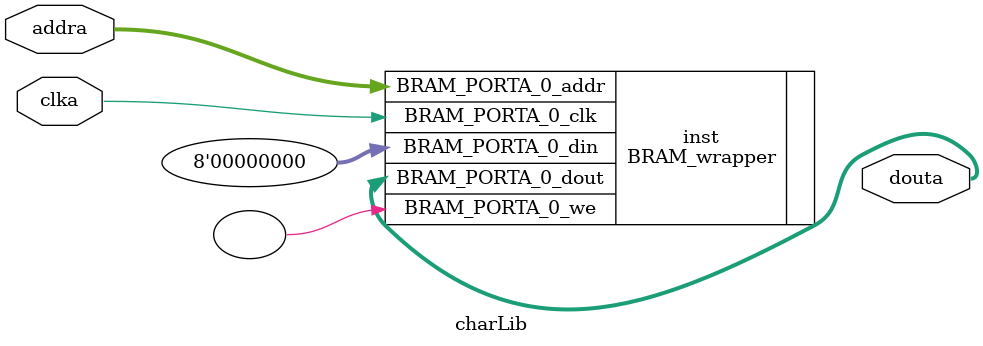
<source format=v>
`timescale 1ns / 1ps

module charLib(
    input clka,
    input [10:0] addra,
    output [7:0] douta
    );
    
    BRAM_wrapper inst(
    .BRAM_PORTA_0_addr(addra),
    .BRAM_PORTA_0_clk(clka),
    .BRAM_PORTA_0_din(8'b0),
    .BRAM_PORTA_0_dout(douta),
    .BRAM_PORTA_0_we());
    
endmodule

</source>
